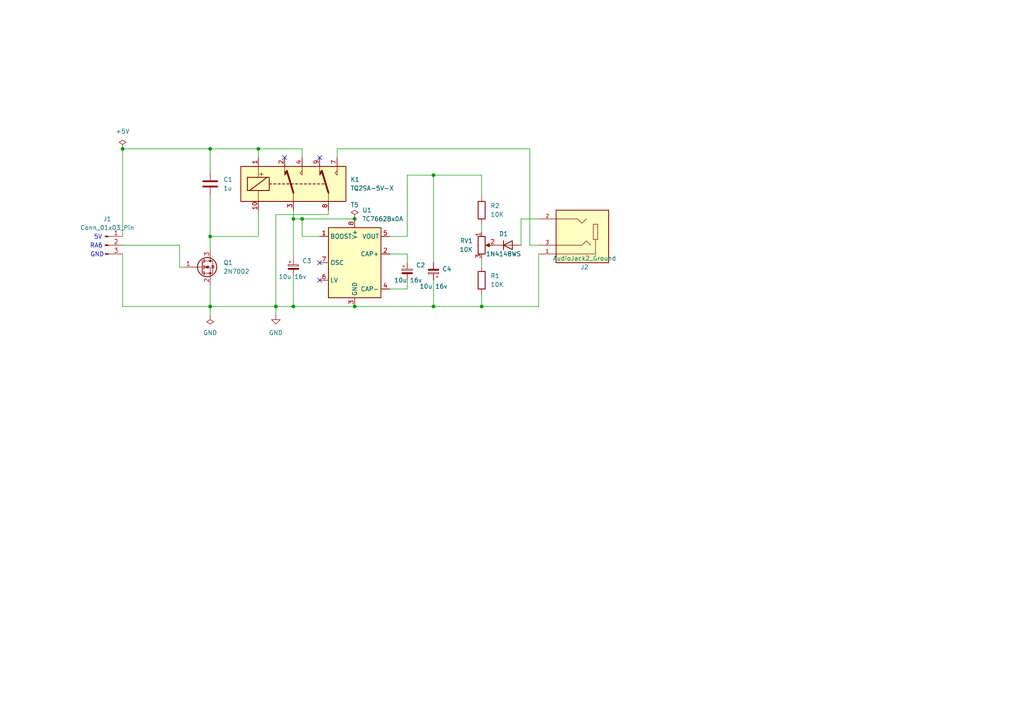
<source format=kicad_sch>
(kicad_sch (version 20231120) (generator "eeschema") (generator_version "8.0")
  (paper "A4")
  (lib_symbols
    (symbol "Connector:Conn_01x03_Pin" (pin_names (offset 1.016) hide)
      (property "Reference" "J" (at 0 5.08 0))
      (property "Value" "Conn_01x03_Pin" (at 0 -5.08 0))
      (symbol "Conn_01x03_Pin_1_1"
        (polyline (pts (xy 1.27 -2.54) (xy 0.8636 -2.54)) (stroke (width 0.1524)))
        (polyline (pts (xy 1.27 0) (xy 0.8636 0)) (stroke (width 0.1524)))
        (polyline (pts (xy 1.27 2.54) (xy 0.8636 2.54)) (stroke (width 0.1524)))
        (rectangle (start 0.8636 -2.413) (end 0 -2.667) (stroke (width 0.1524)) (fill (type outline)))
        (rectangle (start 0.8636 0.127) (end 0 -0.127) (stroke (width 0.1524)) (fill (type outline)))
        (rectangle (start 0.8636 2.667) (end 0 2.413) (stroke (width 0.1524)) (fill (type outline)))
        (pin passive line (at 5.08 2.54 180) (length 3.81) (name "Pin_1") (number "1"))
        (pin passive line (at 5.08 0 180) (length 3.81) (name "Pin_2") (number "2"))
        (pin passive line (at 5.08 -2.54 180) (length 3.81) (name "Pin_3") (number "3"))
      )
    )
    (symbol "Converter_DCDC:TC7662Bx0A"
      (property "Reference" "U" (at -6.35 11.43 0))
      (property "Value" "TC7662Bx0A" (at 7.62 11.43 0))
      (symbol "TC7662Bx0A_0_1"
        (rectangle (start -7.62 10.16) (end 7.62 -10.16) (stroke (width 0.254)) (fill (type background)))
      )
      (symbol "TC7662Bx0A_1_1"
        (pin input line (at -10.16 7.62 0) (length 2.54) (name "BOOST") (number "1"))
        (pin passive line (at 10.16 2.54 180) (length 2.54) (name "CAP+") (number "2"))
        (pin power_in line (at 0 -12.7 90) (length 2.54) (name "GND") (number "3"))
        (pin passive line (at 10.16 -7.62 180) (length 2.54) (name "CAP-") (number "4"))
        (pin power_out line (at 10.16 7.62 180) (length 2.54) (name "VOUT") (number "5"))
        (pin input line (at -10.16 -5.08 0) (length 2.54) (name "LV") (number "6"))
        (pin passive line (at -10.16 0 0) (length 2.54) (name "OSC") (number "7"))
        (pin power_in line (at 0 12.7 270) (length 2.54) (name "V+") (number "8"))
      )
    )
    (symbol "Device:C" (pin_numbers hide) (pin_names (offset 0.254))
      (property "Reference" "C" (at 0.635 2.54 0))
      (property "Value" "C" (at 0.635 -2.54 0))
      (symbol "C_0_1"
        (polyline (pts (xy -2.032 -0.762) (xy 2.032 -0.762)) (stroke (width 0.508)))
        (polyline (pts (xy -2.032 0.762) (xy 2.032 0.762)) (stroke (width 0.508)))
      )
      (symbol "C_1_1"
        (pin passive line (at 0 3.81 270) (length 2.794) (name "~") (number "1"))
        (pin passive line (at 0 -3.81 90) (length 2.794) (name "~") (number "2"))
      )
    )
    (symbol "Device:C_Polarized_Small" (pin_numbers hide) (pin_names (offset 0.254) hide)
      (property "Reference" "C" (at 0.254 1.778 0))
      (property "Value" "C_Polarized_Small" (at 0.254 -2.032 0))
      (symbol "C_Polarized_Small_0_1"
        (rectangle (start -1.524 -0.3048) (end 1.524 -0.6858) (fill (type outline)))
        (rectangle (start -1.524 0.6858) (end 1.524 0.3048))
        (polyline (pts (xy -1.27 1.524) (xy -0.762 1.524)))
        (polyline (pts (xy -1.016 1.27) (xy -1.016 1.778)))
      )
      (symbol "C_Polarized_Small_1_1"
        (pin passive line (at 0 2.54 270) (length 1.8542) (name "~") (number "1"))
        (pin passive line (at 0 -2.54 90) (length 1.8542) (name "~") (number "2"))
      )
    )
    (symbol "Device:D" (pin_numbers hide) (pin_names (offset 1.016) hide)
      (property "Reference" "D" (at 0 2.54 0))
      (property "Value" "D" (at 0 -2.54 0))
      (symbol "D_0_1"
        (polyline (pts (xy -1.27 1.27) (xy -1.27 -1.27)) (stroke (width 0.254)))
        (polyline (pts (xy 1.27 0) (xy -1.27 0)))
        (polyline (pts (xy 1.27 1.27) (xy 1.27 -1.27) (xy -1.27 0) (xy 1.27 1.27)) (stroke (width 0.254)))
      )
      (symbol "D_1_1"
        (pin passive line (at -3.81 0 0) (length 2.54) (name "K") (number "1"))
        (pin passive line (at 3.81 0 180) (length 2.54) (name "A") (number "2"))
      )
    )
    (symbol "Device:R" (pin_numbers hide) (pin_names (offset 0))
      (property "Reference" "R" (at 2.032 0 90))
      (property "Value" "R" (at 0 0 90))
      (symbol "R_0_1"
        (rectangle (start -1.016 -2.54) (end 1.016 2.54) (stroke (width 0.254)))
      )
      (symbol "R_1_1"
        (pin passive line (at 0 3.81 270) (length 1.27) (name "~") (number "1"))
        (pin passive line (at 0 -3.81 90) (length 1.27) (name "~") (number "2"))
      )
    )
    (symbol "Device:R_Potentiometer" (pin_names (offset 1.016) hide)
      (property "Reference" "RV" (at -4.445 0 90))
      (property "Value" "R_Potentiometer" (at -2.54 0 90))
      (symbol "R_Potentiometer_0_1"
        (polyline (pts (xy 2.54 0) (xy 1.524 0)))
        (polyline (pts (xy 1.143 0) (xy 2.286 0.508) (xy 2.286 -0.508) (xy 1.143 0)) (fill (type outline)))
        (rectangle (start 1.016 2.54) (end -1.016 -2.54) (stroke (width 0.254)))
      )
      (symbol "R_Potentiometer_1_1"
        (pin passive line (at 0 3.81 270) (length 1.27) (name "1") (number "1"))
        (pin passive line (at 3.81 0 180) (length 1.27) (name "2") (number "2"))
        (pin passive line (at 0 -3.81 90) (length 1.27) (name "3") (number "3"))
      )
    )
    (symbol "Relay:AZ850-x"
      (property "Reference" "K" (at 16.51 3.81 0))
      (property "Value" "AZ850-x" (at 16.51 1.27 0))
      (symbol "AZ850-x_0_0"
        (text "+" (at -9.271 2.921 0) (effects (font (size 1.27 1.27))))
      )
      (symbol "AZ850-x_0_1"
        (rectangle (start -15.24 5.08) (end 15.24 -5.08) (stroke (width 0.254)) (fill (type background)))
        (rectangle (start -13.335 1.905) (end -6.985 -1.905) (stroke (width 0.254)))
        (polyline (pts (xy -12.7 -1.905) (xy -7.62 1.905)) (stroke (width 0.254)))
        (polyline (pts (xy -10.16 -5.08) (xy -10.16 -1.905)))
        (polyline (pts (xy -10.16 5.08) (xy -10.16 1.905)))
        (polyline (pts (xy -6.985 0) (xy -6.35 0)) (stroke (width 0.254)))
        (polyline (pts (xy -5.715 0) (xy -5.08 0)) (stroke (width 0.254)))
        (polyline (pts (xy -4.445 0) (xy -3.81 0)) (stroke (width 0.254)))
        (polyline (pts (xy -3.175 0) (xy -2.54 0)) (stroke (width 0.254)))
        (polyline (pts (xy -1.905 0) (xy -1.27 0)) (stroke (width 0.254)))
        (polyline (pts (xy -0.635 0) (xy 0 0)) (stroke (width 0.254)))
        (polyline (pts (xy 0 -2.54) (xy -1.905 3.81)) (stroke (width 0.508)))
        (polyline (pts (xy 0 -2.54) (xy 0 -5.08)))
        (polyline (pts (xy 0.635 0) (xy 1.27 0)) (stroke (width 0.254)))
        (polyline (pts (xy 1.905 0) (xy 2.54 0)) (stroke (width 0.254)))
        (polyline (pts (xy 3.175 0) (xy 3.81 0)) (stroke (width 0.254)))
        (polyline (pts (xy 4.445 0) (xy 5.08 0)) (stroke (width 0.254)))
        (polyline (pts (xy 5.715 0) (xy 6.35 0)) (stroke (width 0.254)))
        (polyline (pts (xy 6.985 0) (xy 7.62 0)) (stroke (width 0.254)))
        (polyline (pts (xy 8.255 0) (xy 8.89 0)) (stroke (width 0.254)))
        (polyline (pts (xy 10.16 -2.54) (xy 8.255 3.81)) (stroke (width 0.508)))
        (polyline (pts (xy 10.16 -2.54) (xy 10.16 -5.08)))
        (polyline (pts (xy -2.54 5.08) (xy -2.54 2.54) (xy -1.905 3.175) (xy -2.54 3.81)) (fill (type outline)))
        (polyline (pts (xy 2.54 5.08) (xy 2.54 2.54) (xy 1.905 3.175) (xy 2.54 3.81)))
        (polyline (pts (xy 7.62 5.08) (xy 7.62 2.54) (xy 8.255 3.175) (xy 7.62 3.81)) (fill (type outline)))
        (polyline (pts (xy 12.7 5.08) (xy 12.7 2.54) (xy 12.065 3.175) (xy 12.7 3.81)))
      )
      (symbol "AZ850-x_1_1"
        (pin passive line (at -10.16 7.62 270) (length 2.54) (name "~") (number "1"))
        (pin passive line (at -10.16 -7.62 90) (length 2.54) (name "~") (number "10"))
        (pin passive line (at -2.54 7.62 270) (length 2.54) (name "~") (number "2"))
        (pin passive line (at 0 -7.62 90) (length 2.54) (name "~") (number "3"))
        (pin passive line (at 2.54 7.62 270) (length 2.54) (name "~") (number "4"))
        (pin passive line (at 12.7 7.62 270) (length 2.54) (name "~") (number "7"))
        (pin passive line (at 10.16 -7.62 90) (length 2.54) (name "~") (number "8"))
        (pin passive line (at 7.62 7.62 270) (length 2.54) (name "~") (number "9"))
      )
    )
    (symbol "SJ1 352 3N:SJ1-3523N" (pin_names (offset 1.016))
      (property "Reference" "J" (at -7.62 8.382 0))
      (property "Value" "SJ1-3523N" (at -7.62 -10.16 0))
      (symbol "SJ1-3523N_0_0"
        (rectangle (start -7.62 -7.62) (end 7.62 7.62) (stroke (width 0.254)) (fill (type background)))
        (polyline (pts (xy -4.445 -3.556) (xy -4.445 0.889)) (stroke (width 0.1524)))
        (polyline (pts (xy -4.445 0.889) (xy -3.81 0.889)) (stroke (width 0.1524)))
        (polyline (pts (xy -3.81 0.889) (xy -3.175 0.889)) (stroke (width 0.1524)))
        (polyline (pts (xy -3.81 5.08) (xy -3.81 0.889)) (stroke (width 0.1524)))
        (polyline (pts (xy -3.175 -3.556) (xy -4.445 -3.556)) (stroke (width 0.1524)))
        (polyline (pts (xy -3.175 0.889) (xy -3.175 -3.556)) (stroke (width 0.1524)))
        (polyline (pts (xy -1.143 1.27) (xy -2.413 2.54)) (stroke (width 0.1524)))
        (polyline (pts (xy 0.127 -3.81) (xy -1.143 -5.08)) (stroke (width 0.1524)))
        (polyline (pts (xy 0.127 2.54) (xy -1.143 1.27)) (stroke (width 0.1524)))
        (polyline (pts (xy 1.397 -5.08) (xy 0.127 -3.81)) (stroke (width 0.1524)))
        (polyline (pts (xy 7.62 -5.08) (xy 1.397 -5.08)) (stroke (width 0.1524)))
        (polyline (pts (xy 7.62 2.54) (xy 0.127 2.54)) (stroke (width 0.1524)))
        (polyline (pts (xy 7.62 5.08) (xy -3.81 5.08)) (stroke (width 0.1524)))
        (pin passive line (at 12.7 5.08 180) (length 5.08) (name "~") (number "1"))
        (pin passive line (at 12.7 -5.08 180) (length 5.08) (name "~") (number "2"))
        (pin passive line (at 12.7 2.54 180) (length 5.08) (name "~") (number "3"))
      )
    )
    (symbol "Transistor_FET:2N7002" (pin_names hide)
      (property "Reference" "Q" (at 5.08 1.905 0))
      (property "Value" "2N7002" (at 5.08 0 0))
      (symbol "2N7002_0_1"
        (polyline (pts (xy 0.254 0) (xy -2.54 0)))
        (polyline (pts (xy 0.254 1.905) (xy 0.254 -1.905)) (stroke (width 0.254)))
        (polyline (pts (xy 0.762 -1.27) (xy 0.762 -2.286)) (stroke (width 0.254)))
        (polyline (pts (xy 0.762 0.508) (xy 0.762 -0.508)) (stroke (width 0.254)))
        (polyline (pts (xy 0.762 2.286) (xy 0.762 1.27)) (stroke (width 0.254)))
        (polyline (pts (xy 2.54 2.54) (xy 2.54 1.778)))
        (polyline (pts (xy 2.54 -2.54) (xy 2.54 0) (xy 0.762 0)))
        (polyline (pts (xy 0.762 -1.778) (xy 3.302 -1.778) (xy 3.302 1.778) (xy 0.762 1.778)))
        (polyline (pts (xy 1.016 0) (xy 2.032 0.381) (xy 2.032 -0.381) (xy 1.016 0)) (fill (type outline)))
        (polyline (pts (xy 2.794 0.508) (xy 2.921 0.381) (xy 3.683 0.381) (xy 3.81 0.254)))
        (polyline (pts (xy 3.302 0.381) (xy 2.921 -0.254) (xy 3.683 -0.254) (xy 3.302 0.381)))
        (circle (center 1.651 0) (radius 2.794) (stroke (width 0.254)))
        (circle (center 2.54 -1.778) (radius 0.254) (fill (type outline)))
        (circle (center 2.54 1.778) (radius 0.254) (fill (type outline)))
      )
      (symbol "2N7002_1_1"
        (pin input line (at -5.08 0 0) (length 2.54) (name "G") (number "1"))
        (pin passive line (at 2.54 -5.08 90) (length 2.54) (name "S") (number "2"))
        (pin passive line (at 2.54 5.08 270) (length 2.54) (name "D") (number "3"))
      )
    )
    (symbol "power:GND" (power) (pin_numbers hide) (pin_names (offset 0) hide)
      (property "Value" "GND" (at 0 -3.81 0))
      (symbol "GND_0_1"
        (polyline (pts (xy 0 0) (xy 0 -1.27) (xy 1.27 -1.27) (xy 0 -2.54) (xy -1.27 -1.27) (xy 0 -1.27)))
      )
      (symbol "GND_1_1"
        (pin power_in line (at 0 0 270) (length 0) (name "~") (number "1"))
      )
    )
    (symbol "power:PWR_FLAG" (power) (pin_numbers hide) (pin_names (offset 0) hide)
      (property "Value" "PWR_FLAG" (at 0 3.81 0))
      (symbol "PWR_FLAG_0_0"
        (pin power_out line (at 0 0 90) (length 0) (name "~") (number "1"))
      )
      (symbol "PWR_FLAG_0_1"
        (polyline (pts (xy 0 0) (xy 0 1.27) (xy -1.016 1.905) (xy 0 2.54) (xy 1.016 1.905) (xy 0 1.27)))
      )
    )
  )
  (junction (at 35.56 43.18))
  (junction (at 80.01 88.9))
  (junction (at 60.96 43.18))
  (junction (at 60.96 88.9))
  (junction (at 74.93 43.18))
  (junction (at 85.09 63.5))
  (junction (at 102.87 63.5))
  (junction (at 125.73 50.8))
  (junction (at 125.73 88.9))
  (junction (at 60.96 68.58))
  (junction (at 85.09 88.9))
  (junction (at 102.87 88.9))
  (junction (at 139.7 88.9))
  (junction (at 87.63 63.5))
  (no_connect (at 92.71 76.2))
  (no_connect (at 82.55 45.72))
  (no_connect (at 92.71 81.28))
  (no_connect (at 92.71 45.72))
  (wire (pts (xy 80.01 88.9) (xy 80.01 91.44)))
  (wire (pts (xy 60.96 82.55) (xy 60.96 88.9)))
  (wire (pts (xy 156.21 88.9) (xy 139.7 88.9)))
  (wire (pts (xy 139.7 88.9) (xy 139.7 85.09)))
  (wire (pts (xy 95.25 62.23) (xy 80.01 62.23)))
  (wire (pts (xy 80.01 62.23) (xy 80.01 88.9)))
  (wire (pts (xy 74.93 43.18) (xy 87.63 43.18)))
  (wire (pts (xy 87.63 63.5) (xy 102.87 63.5)))
  (wire (pts (xy 87.63 63.5) (xy 87.63 68.58)))
  (wire (pts (xy 151.13 71.12) (xy 151.13 63.5)))
  (wire (pts (xy 74.93 60.96) (xy 74.93 68.58)))
  (wire (pts (xy 139.7 50.8) (xy 125.73 50.8)))
  (wire (pts (xy 52.07 77.47) (xy 52.07 71.12)))
  (wire (pts (xy 85.09 63.5) (xy 87.63 63.5)))
  (wire (pts (xy 118.11 83.82) (xy 113.03 83.82)))
  (wire (pts (xy 60.96 43.18) (xy 74.93 43.18)))
  (wire (pts (xy 118.11 73.66) (xy 113.03 73.66)))
  (wire (pts (xy 139.7 74.93) (xy 139.7 77.47)))
  (wire (pts (xy 60.96 57.15) (xy 60.96 68.58)))
  (wire (pts (xy 85.09 60.96) (xy 85.09 63.5)))
  (wire (pts (xy 60.96 68.58) (xy 60.96 72.39)))
  (wire (pts (xy 139.7 64.77) (xy 139.7 67.31)))
  (wire (pts (xy 35.56 73.66) (xy 35.56 88.9)))
  (wire (pts (xy 74.93 43.18) (xy 74.93 45.72)))
  (wire (pts (xy 35.56 88.9) (xy 60.96 88.9)))
  (wire (pts (xy 97.79 43.18) (xy 97.79 45.72)))
  (wire (pts (xy 52.07 71.12) (xy 35.56 71.12)))
  (wire (pts (xy 139.7 57.15) (xy 139.7 50.8)))
  (wire (pts (xy 125.73 50.8) (xy 125.73 76.2)))
  (wire (pts (xy 85.09 88.9) (xy 102.87 88.9)))
  (wire (pts (xy 85.09 63.5) (xy 85.09 74.93)))
  (wire (pts (xy 80.01 88.9) (xy 85.09 88.9)))
  (wire (pts (xy 125.73 88.9) (xy 139.7 88.9)))
  (wire (pts (xy 85.09 80.01) (xy 85.09 88.9)))
  (wire (pts (xy 95.25 60.96) (xy 95.25 62.23)))
  (wire (pts (xy 156.21 73.66) (xy 156.21 88.9)))
  (wire (pts (xy 156.21 71.12) (xy 153.67 71.12)))
  (wire (pts (xy 151.13 63.5) (xy 156.21 63.5)))
  (wire (pts (xy 118.11 76.2) (xy 118.11 73.66)))
  (wire (pts (xy 118.11 68.58) (xy 113.03 68.58)))
  (wire (pts (xy 125.73 81.28) (xy 125.73 88.9)))
  (wire (pts (xy 52.07 77.47) (xy 53.34 77.47)))
  (wire (pts (xy 60.96 43.18) (xy 60.96 49.53)))
  (wire (pts (xy 87.63 68.58) (xy 92.71 68.58)))
  (wire (pts (xy 60.96 88.9) (xy 60.96 91.44)))
  (wire (pts (xy 102.87 88.9) (xy 125.73 88.9)))
  (wire (pts (xy 153.67 71.12) (xy 153.67 43.18)))
  (wire (pts (xy 35.56 43.18) (xy 35.56 68.58)))
  (wire (pts (xy 60.96 88.9) (xy 80.01 88.9)))
  (wire (pts (xy 118.11 81.28) (xy 118.11 83.82)))
  (wire (pts (xy 87.63 43.18) (xy 87.63 45.72)))
  (wire (pts (xy 125.73 50.8) (xy 118.11 50.8)))
  (wire (pts (xy 97.79 43.18) (xy 153.67 43.18)))
  (wire (pts (xy 118.11 50.8) (xy 118.11 68.58)))
  (wire (pts (xy 35.56 43.18) (xy 60.96 43.18)))
  (wire (pts (xy 60.96 68.58) (xy 74.93 68.58)))
  (text "GND" (at 28.194 73.914 0) (effects (font (size 1.27 1.27))))
  (text "RA6" (at 27.94 71.374 0) (effects (font (size 1.27 1.27))))
  (text "5V" (at 28.448 68.834 0) (effects (font (size 1.27 1.27))))
  (symbol (lib_id "SJ1 352 3N:SJ1-3523N") (at 168.91 68.58 180) (unit 1)
    (property "Reference" "J2" (at 169.545 77.47 0))
    (property "Value" "AudioJack2_Ground" (at 169.545 74.93 0))
    (property "Footprint" "SJ1 352 3N:CUI_SJ1-3523N" (effects (hide yes)))
    (property "Datasheet" "https://www.kycon.com/Pub_Eng_Draw/STX-3200-3NB.pdf" (effects (hide yes)))
    (property "Description" "Audio Jack, 2 Poles (Mono / TS), Grounded Sleeve 2092-STX-3200-3NB-ND" (effects (hide yes)))
    (property "PARTREV" "1.05" (effects (hide yes)))
    (property "STANDARD" "Manufacturer Recommendations" (effects (hide yes)))
    (property "MAXIMUM_PACKAGE_HEIGHT" "6.25 mm" (effects (hide yes)))
    (property "MANUFACTURER" "CUI Devices" (effects (hide yes)))
  )
  (symbol (lib_id "Transistor_FET:2N7002") (at 58.42 77.47 0) (unit 1)
    (property "Reference" "Q1" (at 64.77 76.1999 0) (effects (justify left)))
    (property "Value" "2N7002" (at 64.77 78.7399 0) (effects (justify left)))
    (property "Footprint" "Package_TO_SOT_SMD:SOT-23" (effects (hide yes)))
    (property "Datasheet" "https://www.onsemi.com/pub/Collateral/NDS7002A-D.PDF" (effects (hide yes)))
    (property "Description" "0.115A Id, 60V Vds, N-Channel MOSFET, SOT-23 4878-2N7002CT-ND" (effects (hide yes)))
  )
  (symbol (lib_id "Device:C_Polarized_Small") (at 118.11 78.74 0) (unit 1)
    (property "Reference" "C2" (at 120.65 76.9238 0) (effects (justify left)))
    (property "Value" "10u 16v" (at 114.3 81.28 0) (effects (justify left)))
    (property "Footprint" "Capacitor_Tantalum_SMD:CP_EIA-3216-10_Kemet-I_Pad1.58x1.35mm_HandSolder" (effects (hide yes)))
    (property "Datasheet" "https://datasheets.kyocera-avx.com/TAJ.pdf" (effects (hide yes)))
    (property "Description" "Polarized capacitor, small symbol TAJA106K016RNJ" (effects (hide yes)))
  )
  (symbol (lib_id "power:PWR_FLAG") (at 102.87 63.5 0) (unit 1)
    (property "Reference" "#FLG01" (effects (hide yes)))
    (property "Value" "T5" (at 102.87 59.436 0))
    (property "Description" "Special symbol for telling ERC where power comes from" (effects (hide yes)))
  )
  (symbol (lib_id "Relay:AZ850-x") (at 85.09 53.34 0) (unit 1)
    (property "Reference" "K1" (at 101.6 52.0699 0) (effects (justify left)))
    (property "Value" "TQ2SA-5V-X" (at 101.6 54.6099 0) (effects (justify left)))
    (property "Footprint" "Relay_SMD:Relay_DPDT_FRT5_SMD" (effects (hide yes)))
    (property "Datasheet" "https://api.pim.na.industrial.panasonic.com/file_stream/main/fileversion/4514" (effects (hide yes)))
    (property "Description" "American Zettler, Microminiature Polarised Dual Pole Relay" (effects (hide yes)))
  )
  (symbol (lib_id "Converter_DCDC:TC7662Bx0A") (at 102.87 76.2 0) (unit 1)
    (property "Reference" "U1" (at 105.0641 60.96 0) (effects (justify left)))
    (property "Value" "TC7662Bx0A" (at 105.0641 63.5 0) (effects (justify left)))
    (property "Footprint" "Package_SO:SOIC-8_3.9x4.9mm_P1.27mm" (effects (hide yes)))
    (property "Datasheet" "http://ww1.microchip.com/downloads/en/DeviceDoc/21469a.pdf" (effects (hide yes)))
    (property "Description" "Charge Pump DC-to-DC Converter, 1.5 - 15V, 100mA, SOIC-8" (effects (hide yes)))
  )
  (symbol (lib_id "Device:C_Polarized_Small") (at 125.73 78.74 180) (unit 1)
    (property "Reference" "C4" (at 128.27 78.016 0) (effects (justify right)))
    (property "Value" "10u 16v" (at 121.666 83.058 0) (effects (justify right)))
    (property "Footprint" "Capacitor_Tantalum_SMD:CP_EIA-3216-10_Kemet-I_Pad1.58x1.35mm_HandSolder" (effects (hide yes)))
    (property "Datasheet" "https://datasheets.kyocera-avx.com/TAJ.pdf" (effects (hide yes)))
    (property "Description" "Polarized capacitor, small symbol TAJA106K016RNJ" (effects (hide yes)))
  )
  (symbol (lib_id "Device:R") (at 139.7 81.28 0) (unit 1)
    (property "Reference" "R1" (at 142.24 80.0099 0) (effects (justify left)))
    (property "Value" "10K" (at 142.24 82.5499 0) (effects (justify left)))
    (property "Footprint" "Resistor_SMD:R_0805_2012Metric_Pad1.20x1.40mm_HandSolder" (effects (hide yes)))
    (property "Description" "Resistor" (effects (hide yes)))
  )
  (symbol (lib_id "Device:D") (at 147.32 71.12 0) (unit 1)
    (property "Reference" "D1" (at 146.05 67.818 0))
    (property "Value" "1N4148WS" (at 146.05 73.66 0))
    (property "Footprint" "Diode_SMD:D_SOD-323" (effects (hide yes)))
    (property "Datasheet" "https://www.vishay.com/docs/85751/1n4148ws.pdf" (effects (hide yes)))
    (property "Description" "Diode 1N4148WS-HE3-18" (effects (hide yes)))
    (property "Sim.Device" "D" (effects (hide yes)))
    (property "Sim.Pins" "1=K 2=A" (effects (hide yes)))
  )
  (symbol (lib_id "Device:R_Potentiometer") (at 139.7 71.12 0) (unit 1)
    (property "Reference" "RV1" (at 137.16 69.8499 0) (effects (justify right)))
    (property "Value" "10K" (at 137.16 72.3899 0) (effects (justify right)))
    (property "Footprint" "Potentiometer_THT:Potentiometer_Bourns_3006P_Horizontal" (effects (hide yes)))
    (property "Datasheet" "https://www.bourns.com/docs/Product-Datasheets/3006.pdf" (effects (hide yes)))
    (property "Description" "3006P-1-103LF" (effects (hide yes)))
  )
  (symbol (lib_id "Device:C") (at 60.96 53.34 0) (unit 1)
    (property "Reference" "C1" (at 64.77 52.0699 0) (effects (justify left)))
    (property "Value" "1u" (at 64.77 54.6099 0) (effects (justify left)))
    (property "Footprint" "Capacitor_SMD:C_0805_2012Metric_Pad1.18x1.45mm_HandSolder" (effects (hide yes)))
    (property "Description" "Unpolarized capacitor" (effects (hide yes)))
  )
  (symbol (lib_id "Connector:Conn_01x03_Pin") (at 30.48 71.12 0) (unit 1)
    (property "Reference" "J1" (at 31.115 63.5 0))
    (property "Value" "Conn_01x03_Pin" (at 31.115 66.04 0))
    (property "Footprint" "Connector_PinHeader_1.27mm:PinHeader_1x03_P1.27mm_Vertical" (effects (hide yes)))
    (property "Description" "Generic connector, single row, 01x03, script generated" (effects (hide yes)))
  )
  (symbol (lib_id "Device:C_Polarized_Small") (at 85.09 77.47 0) (unit 1)
    (property "Reference" "C3" (at 87.63 75.6538 0) (effects (justify left)))
    (property "Value" "10u 16v" (at 80.772 80.264 0) (effects (justify left)))
    (property "Footprint" "Capacitor_Tantalum_SMD:CP_EIA-3216-10_Kemet-I_Pad1.58x1.35mm_HandSolder" (effects (hide yes)))
    (property "Datasheet" "https://datasheets.kyocera-avx.com/TAJ.pdf" (effects (hide yes)))
    (property "Description" "Polarized capacitor, small symbol TAJA106K016RNJ" (effects (hide yes)))
  )
  (symbol (lib_id "power:PWR_FLAG") (at 60.96 91.44 180) (unit 1)
    (property "Reference" "#PWR01" (effects (hide yes)))
    (property "Value" "GND" (at 60.96 96.52 0))
    (property "Description" "Special symbol for telling ERC where power comes from" (effects (hide yes)))
  )
  (symbol (lib_id "Device:R") (at 139.7 60.96 0) (unit 1)
    (property "Reference" "R2" (at 142.24 59.6899 0) (effects (justify left)))
    (property "Value" "10K" (at 142.24 62.2299 0) (effects (justify left)))
    (property "Footprint" "Resistor_SMD:R_0805_2012Metric_Pad1.20x1.40mm_HandSolder" (effects (hide yes)))
    (property "Description" "Resistor" (effects (hide yes)))
  )
  (symbol (lib_id "power:GND") (at 80.01 91.44 0) (unit 1)
    (property "Reference" "#PWR03" (effects (hide yes)))
    (property "Value" "GND" (at 80.01 96.52 0))
    (property "Description" "Power symbol creates a global label with name \"GND\" , ground" (effects (hide yes)))
  )
  (symbol (lib_id "power:PWR_FLAG") (at 35.56 43.18 0) (unit 1)
    (property "Reference" "#PWR02" (effects (hide yes)))
    (property "Value" "+5V" (at 35.56 38.1 0))
    (property "Description" "Special symbol for telling ERC where power comes from" (effects (hide yes)))
  )
)
</source>
